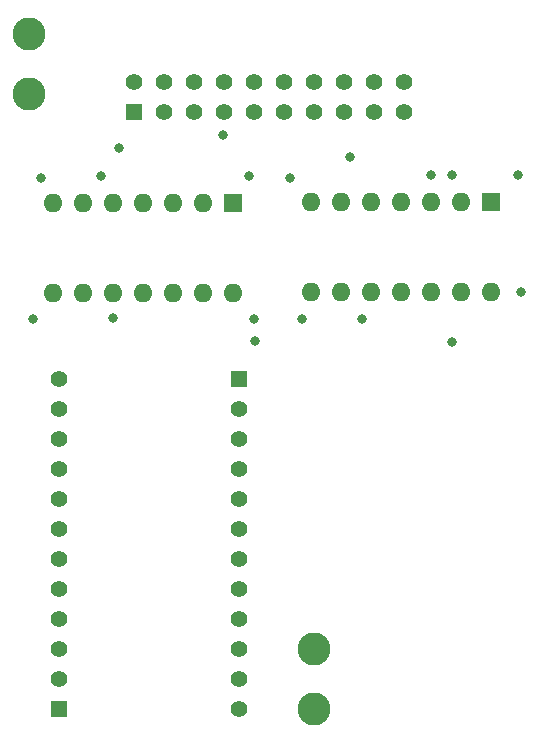
<source format=gbr>
%TF.GenerationSoftware,KiCad,Pcbnew,(6.0.2)*%
%TF.CreationDate,2022-03-10T22:08:29-05:00*%
%TF.ProjectId,SmartSole-Rev1,536d6172-7453-46f6-9c65-2d526576312e,rev?*%
%TF.SameCoordinates,Original*%
%TF.FileFunction,Soldermask,Bot*%
%TF.FilePolarity,Negative*%
%FSLAX46Y46*%
G04 Gerber Fmt 4.6, Leading zero omitted, Abs format (unit mm)*
G04 Created by KiCad (PCBNEW (6.0.2)) date 2022-03-10 22:08:29*
%MOMM*%
%LPD*%
G01*
G04 APERTURE LIST*
%ADD10C,2.800000*%
%ADD11R,1.398000X1.398000*%
%ADD12C,1.398000*%
%ADD13C,0.800000*%
%ADD14R,1.397000X1.397000*%
%ADD15C,1.397000*%
%ADD16R,1.600000X1.600000*%
%ADD17O,1.600000X1.600000*%
G04 APERTURE END LIST*
D10*
%TO.C,3V3*%
X87502499Y-91010000D03*
%TD*%
D11*
%TO.C,J3*%
X81152499Y-68150000D03*
D12*
X81152499Y-70690000D03*
X81152499Y-73230000D03*
X81152499Y-75770000D03*
X81152499Y-78310000D03*
X81152499Y-80850000D03*
X81152499Y-83390000D03*
X81152499Y-85930000D03*
X81152499Y-88470000D03*
X81152499Y-91010000D03*
X81152499Y-93550000D03*
X81152499Y-96090000D03*
%TD*%
D13*
%TO.C,F0*%
X99164499Y-50868000D03*
%TD*%
D10*
%TO.C,3V0*%
X63372499Y-44020000D03*
%TD*%
D13*
%TO.C,F3*%
X99191612Y-65077727D03*
%TD*%
%TO.C,A4*%
X81981567Y-51025367D03*
%TD*%
%TO.C,A1*%
X85448499Y-51122000D03*
%TD*%
%TO.C,VR1*%
X97386499Y-50868000D03*
%TD*%
D11*
%TO.C,J2*%
X65912499Y-96090000D03*
D12*
X65912499Y-93550000D03*
X65912499Y-91010000D03*
X65912499Y-88470000D03*
X65912499Y-85930000D03*
X65912499Y-83390000D03*
X65912499Y-80850000D03*
X65912499Y-78310000D03*
X65912499Y-75770000D03*
X65912499Y-73230000D03*
X65912499Y-70690000D03*
X65912499Y-68150000D03*
%TD*%
D13*
%TO.C,VR2*%
X70454806Y-63006031D03*
%TD*%
D14*
%TO.C,J1*%
X72262499Y-45523000D03*
D15*
X72262499Y-42983000D03*
X74802499Y-45523000D03*
X74802499Y-42983000D03*
X77342499Y-45523000D03*
X77342499Y-42983000D03*
X79882499Y-45523000D03*
X79882499Y-42983000D03*
X82422499Y-45523000D03*
X82422499Y-42983000D03*
X84962499Y-45523000D03*
X84962499Y-42983000D03*
X87502499Y-45523000D03*
X87502499Y-42983000D03*
X90042499Y-45523000D03*
X90042499Y-42983000D03*
X92582499Y-45523000D03*
X92582499Y-42983000D03*
X95122499Y-45523000D03*
X95122499Y-42983000D03*
%TD*%
D13*
%TO.C,F7*%
X82422499Y-63070000D03*
%TD*%
%TO.C,A2*%
X86474524Y-63090215D03*
%TD*%
%TO.C,F4*%
X79791572Y-47516654D03*
%TD*%
%TO.C,A5*%
X64372723Y-51113142D03*
%TD*%
%TO.C,A3*%
X105006499Y-60774000D03*
%TD*%
%TO.C,A6*%
X63693176Y-63122612D03*
%TD*%
%TO.C,F1*%
X90528499Y-49344000D03*
%TD*%
D10*
%TO.C,GND1*%
X63372499Y-38940000D03*
%TD*%
%TO.C,GND2*%
X87502499Y-96090000D03*
%TD*%
D16*
%TO.C,U2*%
X80612498Y-53291000D03*
D17*
X78072498Y-53291000D03*
X75532498Y-53291000D03*
X72992498Y-53291000D03*
X70452498Y-53291000D03*
X67912498Y-53291000D03*
X65372498Y-53291000D03*
X65372498Y-60911000D03*
X67912498Y-60911000D03*
X70452498Y-60911000D03*
X72992498Y-60911000D03*
X75532498Y-60911000D03*
X78072498Y-60911000D03*
X80612498Y-60911000D03*
%TD*%
D13*
%TO.C,F5*%
X69467934Y-51015157D03*
%TD*%
%TO.C,A7*%
X82518035Y-64975416D03*
%TD*%
%TO.C,F6*%
X70992499Y-48592000D03*
%TD*%
D16*
%TO.C,U1*%
X102471499Y-53164000D03*
D17*
X99931499Y-53164000D03*
X97391499Y-53164000D03*
X94851499Y-53164000D03*
X92311499Y-53164000D03*
X89771499Y-53164000D03*
X87231499Y-53164000D03*
X87231499Y-60784000D03*
X89771499Y-60784000D03*
X92311499Y-60784000D03*
X94851499Y-60784000D03*
X97391499Y-60784000D03*
X99931499Y-60784000D03*
X102471499Y-60784000D03*
%TD*%
D13*
%TO.C,A0*%
X104752499Y-50868000D03*
%TD*%
%TO.C,F2*%
X91554524Y-63090215D03*
%TD*%
M02*

</source>
